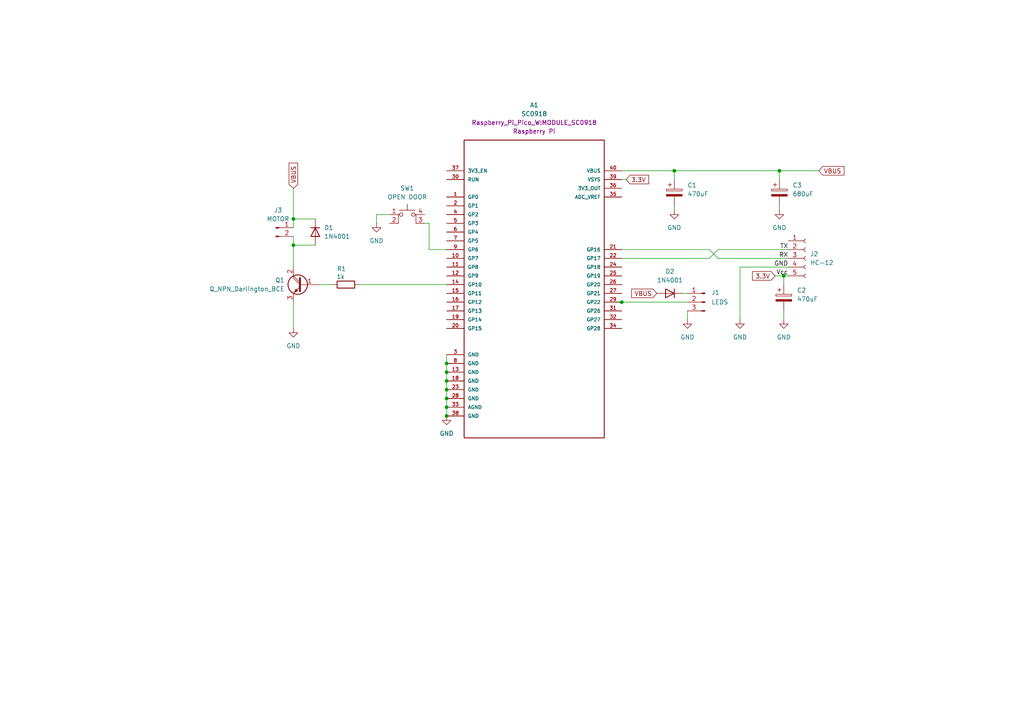
<source format=kicad_sch>
(kicad_sch (version 20231120) (generator "eeschema") (generator_version "8.0")
  (paper "A4")
  (lib_symbols
    (symbol "Connector:Conn_01x02_Pin" (pin_names (offset 1.016) hide)
      (property "Reference" "J" (at 0 2.54 0))
      (property "Value" "Conn_01x02_Pin" (at 0 -5.08 0))
      (symbol "Conn_01x02_Pin_1_1"
        (polyline (pts (xy 1.27 -2.54) (xy 0.8636 -2.54)) (stroke (width 0.1524)))
        (polyline (pts (xy 1.27 0) (xy 0.8636 0)) (stroke (width 0.1524)))
        (rectangle (start 0.8636 -2.413) (end 0 -2.667) (stroke (width 0.1524)) (fill (type outline)))
        (rectangle (start 0.8636 0.127) (end 0 -0.127) (stroke (width 0.1524)) (fill (type outline)))
        (pin passive line (at 5.08 0 180) (length 3.81) (name "Pin_1") (number "1"))
        (pin passive line (at 5.08 -2.54 180) (length 3.81) (name "Pin_2") (number "2"))
      )
    )
    (symbol "Connector:Conn_01x03_Pin" (pin_names (offset 1.016) hide)
      (property "Reference" "J" (at 0 5.08 0))
      (property "Value" "Conn_01x03_Pin" (at 0 -5.08 0))
      (symbol "Conn_01x03_Pin_1_1"
        (polyline (pts (xy 1.27 -2.54) (xy 0.8636 -2.54)) (stroke (width 0.1524)))
        (polyline (pts (xy 1.27 0) (xy 0.8636 0)) (stroke (width 0.1524)))
        (polyline (pts (xy 1.27 2.54) (xy 0.8636 2.54)) (stroke (width 0.1524)))
        (rectangle (start 0.8636 -2.413) (end 0 -2.667) (stroke (width 0.1524)) (fill (type outline)))
        (rectangle (start 0.8636 0.127) (end 0 -0.127) (stroke (width 0.1524)) (fill (type outline)))
        (rectangle (start 0.8636 2.667) (end 0 2.413) (stroke (width 0.1524)) (fill (type outline)))
        (pin passive line (at 5.08 2.54 180) (length 3.81) (name "Pin_1") (number "1"))
        (pin passive line (at 5.08 0 180) (length 3.81) (name "Pin_2") (number "2"))
        (pin passive line (at 5.08 -2.54 180) (length 3.81) (name "Pin_3") (number "3"))
      )
    )
    (symbol "Connector:Conn_01x05_Socket" (pin_names (offset 1.016) hide)
      (property "Reference" "J" (at 0 7.62 0))
      (property "Value" "Conn_01x05_Socket" (at 0 -7.62 0))
      (symbol "Conn_01x05_Socket_1_1"
        (arc (start 0 -4.572) (mid -0.5058 -5.08) (end 0 -5.588) (stroke (width 0.1524)))
        (arc (start 0 -2.032) (mid -0.5058 -2.54) (end 0 -3.048) (stroke (width 0.1524)))
        (polyline (pts (xy -1.27 -5.08) (xy -0.508 -5.08)) (stroke (width 0.1524)))
        (polyline (pts (xy -1.27 -2.54) (xy -0.508 -2.54)) (stroke (width 0.1524)))
        (polyline (pts (xy -1.27 0) (xy -0.508 0)) (stroke (width 0.1524)))
        (polyline (pts (xy -1.27 2.54) (xy -0.508 2.54)) (stroke (width 0.1524)))
        (polyline (pts (xy -1.27 5.08) (xy -0.508 5.08)) (stroke (width 0.1524)))
        (arc (start 0 0.508) (mid -0.5058 0) (end 0 -0.508) (stroke (width 0.1524)))
        (arc (start 0 3.048) (mid -0.5058 2.54) (end 0 2.032) (stroke (width 0.1524)))
        (arc (start 0 5.588) (mid -0.5058 5.08) (end 0 4.572) (stroke (width 0.1524)))
        (pin passive line (at -5.08 5.08 0) (length 3.81) (name "Pin_1") (number "1"))
        (pin passive line (at -5.08 2.54 0) (length 3.81) (name "Pin_2") (number "2"))
        (pin passive line (at -5.08 0 0) (length 3.81) (name "Pin_3") (number "3"))
        (pin passive line (at -5.08 -2.54 0) (length 3.81) (name "Pin_4") (number "4"))
        (pin passive line (at -5.08 -5.08 0) (length 3.81) (name "Pin_5") (number "5"))
      )
    )
    (symbol "Device:C_Polarized" (pin_numbers hide) (pin_names (offset 0.254))
      (property "Reference" "C" (at 0.635 2.54 0))
      (property "Value" "C_Polarized" (at 0.635 -2.54 0))
      (symbol "C_Polarized_0_1"
        (rectangle (start -2.286 0.508) (end 2.286 1.016))
        (polyline (pts (xy -1.778 2.286) (xy -0.762 2.286)))
        (polyline (pts (xy -1.27 2.794) (xy -1.27 1.778)))
        (rectangle (start 2.286 -0.508) (end -2.286 -1.016) (fill (type outline)))
      )
      (symbol "C_Polarized_1_1"
        (pin passive line (at 0 3.81 270) (length 2.794) (name "~") (number "1"))
        (pin passive line (at 0 -3.81 90) (length 2.794) (name "~") (number "2"))
      )
    )
    (symbol "Device:D" (pin_numbers hide) (pin_names (offset 1.016) hide)
      (property "Reference" "D" (at 0 2.54 0))
      (property "Value" "D" (at 0 -2.54 0))
      (symbol "D_0_1"
        (polyline (pts (xy -1.27 1.27) (xy -1.27 -1.27)) (stroke (width 0.254)))
        (polyline (pts (xy 1.27 0) (xy -1.27 0)))
        (polyline (pts (xy 1.27 1.27) (xy 1.27 -1.27) (xy -1.27 0) (xy 1.27 1.27)) (stroke (width 0.254)))
      )
      (symbol "D_1_1"
        (pin passive line (at -3.81 0 0) (length 2.54) (name "K") (number "1"))
        (pin passive line (at 3.81 0 180) (length 2.54) (name "A") (number "2"))
      )
    )
    (symbol "Device:Q_NPN_Darlington_BCE" (pin_names (offset 0) hide)
      (property "Reference" "Q" (at 4.572 1.27 0))
      (property "Value" "Q_NPN_Darlington_BCE" (at 4.572 -1.27 0))
      (symbol "Q_NPN_Darlington_BCE_0_1"
        (polyline (pts (xy 0.635 0.635) (xy 2.54 2.54)))
        (polyline (pts (xy 0.635 -0.635) (xy 2.54 -2.54) (xy 2.54 -2.54)))
        (polyline (pts (xy 0.635 0) (xy 2.54 1.905) (xy 2.54 2.54)))
        (polyline (pts (xy 0.635 1.905) (xy 0.635 -1.905) (xy 0.635 -1.905)) (stroke (width 0.508)))
        (polyline (pts (xy 1.27 -1.778) (xy 1.778 -1.27) (xy 2.286 -2.286) (xy 1.27 -1.778) (xy 1.27 -1.778)) (fill (type outline)))
        (circle (center 1.27 0) (radius 2.8194) (stroke (width 0.254)))
      )
      (symbol "Q_NPN_Darlington_BCE_1_1"
        (pin input line (at -5.08 0 0) (length 5.715) (name "B") (number "1"))
        (pin passive line (at 2.54 5.08 270) (length 2.54) (name "C") (number "2"))
        (pin passive line (at 2.54 -5.08 90) (length 2.54) (name "E") (number "3"))
      )
    )
    (symbol "Device:R" (pin_numbers hide) (pin_names (offset 0))
      (property "Reference" "R" (at 2.032 0 90))
      (property "Value" "R" (at 0 0 90))
      (symbol "R_0_1"
        (rectangle (start -1.016 -2.54) (end 1.016 2.54) (stroke (width 0.254)))
      )
      (symbol "R_1_1"
        (pin passive line (at 0 3.81 270) (length 1.27) (name "~") (number "1"))
        (pin passive line (at 0 -3.81 90) (length 1.27) (name "~") (number "2"))
      )
    )
    (symbol "Diode:1N4001" (pin_numbers hide) (pin_names hide)
      (property "Reference" "D" (at 0 2.54 0))
      (property "Value" "1N4001" (at 0 -2.54 0))
      (symbol "1N4001_0_1"
        (polyline (pts (xy -1.27 1.27) (xy -1.27 -1.27)) (stroke (width 0.254)))
        (polyline (pts (xy 1.27 0) (xy -1.27 0)))
        (polyline (pts (xy 1.27 1.27) (xy 1.27 -1.27) (xy -1.27 0) (xy 1.27 1.27)) (stroke (width 0.254)))
      )
      (symbol "1N4001_1_1"
        (pin passive line (at -3.81 0 0) (length 2.54) (name "K") (number "1"))
        (pin passive line (at 3.81 0 180) (length 2.54) (name "A") (number "2"))
      )
    )
    (symbol "Raspberry_Pi_Pico_W_SC0918:SC0918" (pin_names (offset 1.016))
      (property "Reference" "A1" (at 0 58.42 0))
      (property "Value" "SC0918" (at 0 55.88 0))
      (property "Footprint" "Raspberry Pi:MODULE_SC0918" (at -12.7 -46.99 0))
      (property "manufacturer" "Raspberry Pi" (at 0 53.34 0))
      (symbol "SC0918_0_0"
        (rectangle (start -20.32 -43.18) (end 20.32 43.18) (stroke (width 0.254)))
        (pin bidirectional line (at -25.4 26.67 0) (length 5.08) (name "GP0") (number "1"))
        (pin bidirectional line (at -25.4 8.89 0) (length 5.08) (name "GP7") (number "10"))
        (pin bidirectional line (at -25.4 6.35 0) (length 5.08) (name "GP8") (number "11"))
        (pin bidirectional line (at -25.4 3.81 0) (length 5.08) (name "GP9") (number "12"))
        (pin power_in line (at -25.4 -24.13 0) (length 5.08) (name "GND") (number "13"))
        (pin bidirectional line (at -25.4 1.27 0) (length 5.08) (name "GP10") (number "14"))
        (pin bidirectional line (at -25.4 -1.27 0) (length 5.08) (name "GP11") (number "15"))
        (pin bidirectional line (at -25.4 -3.81 0) (length 5.08) (name "GP12") (number "16"))
        (pin bidirectional line (at -25.4 -6.35 0) (length 5.08) (name "GP13") (number "17"))
        (pin power_in line (at -25.4 -26.67 0) (length 5.08) (name "GND") (number "18"))
        (pin bidirectional line (at -25.4 -8.89 0) (length 5.08) (name "GP14") (number "19"))
        (pin bidirectional line (at -25.4 24.13 0) (length 5.08) (name "GP1") (number "2"))
        (pin bidirectional line (at -25.4 -11.43 0) (length 5.08) (name "GP15") (number "20"))
        (pin bidirectional line (at 25.4 11.43 180) (length 5.08) (name "GP16") (number "21"))
        (pin bidirectional line (at 25.4 8.89 180) (length 5.08) (name "GP17") (number "22"))
        (pin power_in line (at -25.4 -29.21 0) (length 5.08) (name "GND") (number "23"))
        (pin bidirectional line (at 25.4 6.35 180) (length 5.08) (name "GP18") (number "24"))
        (pin bidirectional line (at 25.4 3.81 180) (length 5.08) (name "GP19") (number "25"))
        (pin bidirectional line (at 25.4 1.27 180) (length 5.08) (name "GP20") (number "26"))
        (pin bidirectional line (at 25.4 -1.27 180) (length 5.08) (name "GP21") (number "27"))
        (pin power_in line (at -25.4 -31.75 0) (length 5.08) (name "GND") (number "28"))
        (pin bidirectional line (at 25.4 -3.81 180) (length 5.08) (name "GP22") (number "29"))
        (pin power_in line (at -25.4 -19.05 0) (length 5.08) (name "GND") (number "3"))
        (pin input line (at -25.4 31.75 0) (length 5.08) (name "RUN") (number "30"))
        (pin bidirectional line (at 25.4 -6.35 180) (length 5.08) (name "GP26") (number "31"))
        (pin bidirectional line (at 25.4 -8.89 180) (length 5.08) (name "GP27") (number "32"))
        (pin power_in line (at -25.4 -34.29 0) (length 5.08) (name "AGND") (number "33"))
        (pin bidirectional line (at 25.4 -11.43 180) (length 5.08) (name "GP28") (number "34"))
        (pin power_in line (at 25.4 26.67 180) (length 5.08) (name "ADC_VREF") (number "35"))
        (pin power_in line (at 25.4 29.21 180) (length 5.08) (name "3V3_OUT") (number "36"))
        (pin input line (at -25.4 34.29 0) (length 5.08) (name "3V3_EN") (number "37"))
        (pin power_in line (at -25.4 -36.83 0) (length 5.08) (name "GND") (number "38"))
        (pin free line (at 25.4 31.75 180) (length 5.08) (name "VSYS") (number "39"))
        (pin bidirectional line (at -25.4 21.59 0) (length 5.08) (name "GP2") (number "4"))
        (pin free line (at 25.4 34.29 180) (length 5.08) (name "VBUS") (number "40"))
        (pin bidirectional line (at -25.4 19.05 0) (length 5.08) (name "GP3") (number "5"))
        (pin bidirectional line (at -25.4 16.51 0) (length 5.08) (name "GP4") (number "6"))
        (pin bidirectional line (at -25.4 13.97 0) (length 5.08) (name "GP5") (number "7"))
        (pin power_in line (at -25.4 -21.59 0) (length 5.08) (name "GND") (number "8"))
        (pin bidirectional line (at -25.4 11.43 0) (length 5.08) (name "GP6") (number "9"))
      )
    )
    (symbol "Switch:SW_MEC_5E" (pin_names (offset 1.016) hide)
      (property "Reference" "SW" (at 0.635 5.715 0))
      (property "Value" "SW_MEC_5E" (at 0 -3.175 0))
      (symbol "SW_MEC_5E_0_1"
        (circle (center -1.778 2.54) (radius 0.508))
        (polyline (pts (xy -2.286 3.81) (xy 2.286 3.81)))
        (polyline (pts (xy 0 3.81) (xy 0 5.588)))
        (polyline (pts (xy -2.54 0) (xy -2.54 2.54) (xy -2.286 2.54)))
        (polyline (pts (xy 2.54 0) (xy 2.54 2.54) (xy 2.286 2.54)))
        (circle (center 1.778 2.54) (radius 0.508))
        (pin passive line (at -5.08 2.54 0) (length 2.54) (name "1") (number "1"))
        (pin passive line (at -5.08 0 0) (length 2.54) (name "2") (number "2"))
        (pin passive line (at 5.08 0 180) (length 2.54) (name "K") (number "3"))
        (pin passive line (at 5.08 2.54 180) (length 2.54) (name "A") (number "4"))
      )
    )
    (symbol "power:GND" (power) (pin_numbers hide) (pin_names (offset 0) hide)
      (property "Value" "GND" (at 0 -3.81 0))
      (symbol "GND_0_1"
        (polyline (pts (xy 0 0) (xy 0 -1.27) (xy 1.27 -1.27) (xy 0 -2.54) (xy -1.27 -1.27) (xy 0 -1.27)))
      )
      (symbol "GND_1_1"
        (pin power_in line (at 0 0 270) (length 0) (name "~") (number "1"))
      )
    )
  )
  (junction (at 227.33 80.01))
  (junction (at 129.54 110.49))
  (junction (at 195.58 49.53))
  (junction (at 129.54 113.03))
  (junction (at 85.09 63.5))
  (junction (at 129.54 107.95))
  (junction (at 85.09 71.12))
  (junction (at 129.54 120.65))
  (junction (at 129.54 105.41))
  (junction (at 129.54 115.57))
  (junction (at 129.54 118.11))
  (junction (at 180.34 87.63))
  (junction (at 226.06 49.53))
  (wire (pts (xy 180.34 49.53) (xy 195.58 49.53)))
  (wire (pts (xy 224.79 80.01) (xy 227.33 80.01)))
  (wire (pts (xy 214.63 77.47) (xy 228.6 77.47)))
  (wire (pts (xy 205.74 74.93) (xy 208.28 72.39)))
  (wire (pts (xy 227.33 92.71) (xy 227.33 90.17)))
  (wire (pts (xy 129.54 110.49) (xy 129.54 113.03)))
  (wire (pts (xy 195.58 49.53) (xy 226.06 49.53)))
  (wire (pts (xy 180.34 72.39) (xy 205.74 72.39)))
  (wire (pts (xy 129.54 102.87) (xy 129.54 105.41)))
  (wire (pts (xy 227.33 80.01) (xy 228.6 80.01)))
  (wire (pts (xy 129.54 105.41) (xy 129.54 107.95)))
  (wire (pts (xy 85.09 63.5) (xy 85.09 54.61)))
  (wire (pts (xy 124.46 64.77) (xy 124.46 72.39)))
  (wire (pts (xy 85.09 71.12) (xy 91.44 71.12)))
  (wire (pts (xy 180.34 52.07) (xy 181.61 52.07)))
  (wire (pts (xy 129.54 118.11) (xy 129.54 120.65)))
  (wire (pts (xy 85.09 87.63) (xy 85.09 95.25)))
  (wire (pts (xy 208.28 74.93) (xy 228.6 74.93)))
  (wire (pts (xy 129.54 113.03) (xy 129.54 115.57)))
  (wire (pts (xy 226.06 60.96) (xy 226.06 59.69)))
  (wire (pts (xy 85.09 63.5) (xy 91.44 63.5)))
  (wire (pts (xy 180.34 74.93) (xy 205.74 74.93)))
  (wire (pts (xy 205.74 72.39) (xy 208.28 74.93)))
  (wire (pts (xy 129.54 107.95) (xy 129.54 110.49)))
  (wire (pts (xy 198.12 85.09) (xy 199.39 85.09)))
  (wire (pts (xy 85.09 71.12) (xy 85.09 77.47)))
  (wire (pts (xy 195.58 60.96) (xy 195.58 59.69)))
  (wire (pts (xy 227.33 82.55) (xy 227.33 80.01)))
  (wire (pts (xy 214.63 77.47) (xy 214.63 92.71)))
  (wire (pts (xy 109.22 62.23) (xy 113.03 62.23)))
  (wire (pts (xy 226.06 49.53) (xy 226.06 52.07)))
  (wire (pts (xy 85.09 66.04) (xy 85.09 63.5)))
  (wire (pts (xy 92.71 82.55) (xy 96.52 82.55)))
  (wire (pts (xy 199.39 90.17) (xy 199.39 92.71)))
  (wire (pts (xy 208.28 72.39) (xy 228.6 72.39)))
  (wire (pts (xy 129.54 115.57) (xy 129.54 118.11)))
  (wire (pts (xy 177.8 87.63) (xy 180.34 87.63)))
  (wire (pts (xy 124.46 72.39) (xy 129.54 72.39)))
  (wire (pts (xy 123.19 64.77) (xy 124.46 64.77)))
  (wire (pts (xy 226.06 49.53) (xy 237.49 49.53)))
  (wire (pts (xy 85.09 68.58) (xy 85.09 71.12)))
  (wire (pts (xy 180.34 87.63) (xy 199.39 87.63)))
  (wire (pts (xy 109.22 62.23) (xy 109.22 64.77)))
  (wire (pts (xy 104.14 82.55) (xy 129.54 82.55)))
  (wire (pts (xy 195.58 52.07) (xy 195.58 49.53)))
  (label "TX" (at 228.6 72.39 180))
  (label "RX" (at 228.6 74.93 180))
  (label "Vcc" (at 228.6 80.01 180))
  (label "GND" (at 228.6 77.47 180))
  (global_label "VBUS" (shape input) (at 190.5 85.09 180) (property "Intersheetrefs" "${INTERSHEET_REFS}" (effects (hide yes))))
  (global_label "3.3V" (shape input) (at 181.61 52.07 0) (property "Intersheetrefs" "${INTERSHEET_REFS}" (effects (hide yes))))
  (global_label "3.3V" (shape input) (at 224.79 80.01 180) (property "Intersheetrefs" "${INTERSHEET_REFS}" (effects (hide yes))))
  (global_label "VBUS" (shape input) (at 237.49 49.53 0) (property "Intersheetrefs" "${INTERSHEET_REFS}" (effects (hide yes))))
  (global_label "VBUS" (shape input) (at 85.09 54.61 90) (property "Intersheetrefs" "${INTERSHEET_REFS}" (effects (hide yes))))
  (symbol (lib_id "power:GND") (at 109.22 64.77 0) (unit 1)
    (property "Reference" "#PWR03" (effects (hide yes)))
    (property "Value" "GND" (at 109.22 69.85 0))
    (property "Description" "Power symbol creates a global label with name \"GND\" , ground" (effects (hide yes)))
  )
  (symbol (lib_id "power:GND") (at 227.33 92.71 0) (unit 1)
    (property "Reference" "#PWR07" (effects (hide yes)))
    (property "Value" "GND" (at 227.33 97.79 0))
    (property "Description" "Power symbol creates a global label with name \"GND\" , ground" (effects (hide yes)))
  )
  (symbol (lib_id "power:GND") (at 214.63 92.71 0) (unit 1)
    (property "Reference" "#PWR05" (effects (hide yes)))
    (property "Value" "GND" (at 214.63 97.79 0))
    (property "Description" "Power symbol creates a global label with name \"GND\" , ground" (effects (hide yes)))
  )
  (symbol (lib_id "Raspberry_Pi_Pico_W_SC0918:SC0918") (at 154.94 83.82 0) (unit 1)
    (property "Reference" "A1" (at 154.94 30.48 0))
    (property "Value" "SC0918" (at 154.94 33.02 0))
    (property "Footprint" "Raspberry_Pi_Pico_W:MODULE_SC0918" (at 154.94 35.56 0))
    (property "Datasheet" "https://datasheets.raspberrypi.com/picow/pico-w-datasheet.pdf" (effects (hide yes)))
    (property "manufacturer" "Raspberry Pi" (at 154.94 38.1 0))
    (property "P/N" "SC0918" (effects (hide yes)))
    (property "PARTREV" "1.6" (effects (hide yes)))
    (property "MAXIMUM_PACKAGE_HEIGHT" "3.73mm" (effects (hide yes)))
  )
  (symbol (lib_id "Device:C_Polarized") (at 195.58 55.88 0) (unit 1)
    (property "Reference" "C1" (at 199.39 53.7209 0) (effects (justify left)))
    (property "Value" "470uF" (at 199.39 56.2609 0) (effects (justify left)))
    (property "Footprint" "Capacitor_THT:CP_Radial_D8.0mm_P3.50mm" (effects (hide yes)))
    (property "Description" "Polarized capacitor" (effects (hide yes)))
  )
  (symbol (lib_id "Device:C_Polarized") (at 226.06 55.88 0) (unit 1)
    (property "Reference" "C3" (at 229.87 53.7209 0) (effects (justify left)))
    (property "Value" "680uF" (at 229.87 56.2609 0) (effects (justify left)))
    (property "Footprint" "Capacitor_THT:CP_Radial_D10.0mm_P5.00mm" (effects (hide yes)))
    (property "Description" "Polarized capacitor" (effects (hide yes)))
  )
  (symbol (lib_id "power:GND") (at 195.58 60.96 0) (unit 1)
    (property "Reference" "#PWR06" (effects (hide yes)))
    (property "Value" "GND" (at 195.58 66.04 0))
    (property "Description" "Power symbol creates a global label with name \"GND\" , ground" (effects (hide yes)))
  )
  (symbol (lib_id "Connector:Conn_01x05_Socket") (at 233.68 74.93 0) (unit 1)
    (property "Reference" "J2" (at 234.95 73.6599 0) (effects (justify left)))
    (property "Value" "HC-12" (at 234.95 76.1999 0) (effects (justify left)))
    (property "Footprint" "Connector_PinSocket_2.54mm:PinSocket_1x05_P2.54mm_Vertical" (effects (hide yes)))
    (property "Description" "Generic connector, single row, 01x05, script generated" (effects (hide yes)))
  )
  (symbol (lib_id "Device:D") (at 91.44 67.31 270) (unit 1)
    (property "Reference" "D1" (at 93.98 66.0399 90) (effects (justify left)))
    (property "Value" "1N4001" (at 93.98 68.5799 90) (effects (justify left)))
    (property "Footprint" "Diode_THT:D_DO-41_SOD81_P10.16mm_Horizontal" (effects (hide yes)))
    (property "Description" "Diode" (effects (hide yes)))
    (property "Sim.Device" "D" (effects (hide yes)))
    (property "Sim.Pins" "1=K 2=A" (effects (hide yes)))
  )
  (symbol (lib_id "power:GND") (at 226.06 60.96 0) (unit 1)
    (property "Reference" "#PWR08" (effects (hide yes)))
    (property "Value" "GND" (at 226.06 66.04 0))
    (property "Description" "Power symbol creates a global label with name \"GND\" , ground" (effects (hide yes)))
  )
  (symbol (lib_id "Connector:Conn_01x03_Pin") (at 204.47 87.63 0) (mirror y) (unit 1)
    (property "Reference" "J1" (at 207.518 84.836 0))
    (property "Value" "LEDS" (at 208.788 87.63 0))
    (property "Footprint" "Connector_JST:JST_XH_B3B-XH-A_1x03_P2.50mm_Vertical" (effects (hide yes)))
    (property "Description" "Generic connector, single row, 01x03, script generated" (effects (hide yes)))
  )
  (symbol (lib_id "power:GND") (at 129.54 120.65 0) (unit 1)
    (property "Reference" "#PWR01" (effects (hide yes)))
    (property "Value" "GND" (at 129.54 125.73 0))
    (property "Description" "Power symbol creates a global label with name \"GND\" , ground" (effects (hide yes)))
  )
  (symbol (lib_id "Device:R") (at 100.33 82.55 90) (unit 1)
    (property "Reference" "R1" (at 99.06 77.978 90))
    (property "Value" "1k" (at 98.806 80.264 90))
    (property "Footprint" "Resistor_THT:R_Axial_DIN0309_L9.0mm_D3.2mm_P12.70mm_Horizontal" (effects (hide yes)))
    (property "Description" "Resistor" (effects (hide yes)))
  )
  (symbol (lib_id "Connector:Conn_01x02_Pin") (at 80.01 66.04 0) (unit 1)
    (property "Reference" "J3" (at 80.645 60.96 0))
    (property "Value" "MOTOR" (at 80.645 63.5 0))
    (property "Footprint" "Connector_JST:JST_XH_B2B-XH-A_1x02_P2.50mm_Vertical" (effects (hide yes)))
    (property "Description" "Generic connector, single row, 01x02, script generated" (effects (hide yes)))
  )
  (symbol (lib_id "Device:Q_NPN_Darlington_BCE") (at 87.63 82.55 0) (mirror y) (unit 1)
    (property "Reference" "Q1" (at 82.55 81.2799 0) (effects (justify left)))
    (property "Value" "Q_NPN_Darlington_BCE" (at 82.55 83.8199 0) (effects (justify left)))
    (property "Footprint" "Package_TO_SOT_THT:TO-220-3_Horizontal_TabDown" (effects (hide yes)))
    (property "Description" "NPN Darlington transistor, base/collector/emitter" (effects (hide yes)))
  )
  (symbol (lib_id "Switch:SW_MEC_5E") (at 118.11 64.77 0) (unit 1)
    (property "Reference" "SW1" (at 118.11 54.61 0))
    (property "Value" "OPEN DOOR" (at 118.11 57.15 0))
    (property "Footprint" "Button COM 10302:COM-10302_SPK" (effects (hide yes)))
    (property "Datasheet" "http://www.apem.com/int/index.php?controller=attachment&id_attachment=1371" (effects (hide yes)))
    (property "Description" "MEC 5E single pole normally-open tactile switch" (effects (hide yes)))
  )
  (symbol (lib_id "Device:C_Polarized") (at 227.33 86.36 0) (unit 1)
    (property "Reference" "C2" (at 231.14 84.2009 0) (effects (justify left)))
    (property "Value" "470uF" (at 231.14 86.7409 0) (effects (justify left)))
    (property "Footprint" "Capacitor_THT:CP_Radial_D8.0mm_P3.50mm" (effects (hide yes)))
    (property "Description" "Polarized capacitor" (effects (hide yes)))
  )
  (symbol (lib_id "Diode:1N4001") (at 194.31 85.09 180) (unit 1)
    (property "Reference" "D2" (at 194.31 78.74 0))
    (property "Value" "1N4001" (at 194.31 81.28 0))
    (property "Footprint" "Diode_THT:D_DO-41_SOD81_P10.16mm_Horizontal" (effects (hide yes)))
    (property "Datasheet" "http://www.vishay.com/docs/88503/1n4001.pdf" (effects (hide yes)))
    (property "Description" "50V 1A General Purpose Rectifier Diode, DO-41" (effects (hide yes)))
    (property "Sim.Device" "D" (effects (hide yes)))
    (property "Sim.Pins" "1=K 2=A" (effects (hide yes)))
  )
  (symbol (lib_id "power:GND") (at 199.39 92.71 0) (unit 1)
    (property "Reference" "#PWR02" (effects (hide yes)))
    (property "Value" "GND" (at 199.39 97.79 0))
    (property "Description" "Power symbol creates a global label with name \"GND\" , ground" (effects (hide yes)))
  )
  (symbol (lib_id "power:GND") (at 85.09 95.25 0) (unit 1)
    (property "Reference" "#PWR04" (effects (hide yes)))
    (property "Value" "GND" (at 85.09 100.33 0))
    (property "Description" "Power symbol creates a global label with name \"GND\" , ground" (effects (hide yes)))
  )
)
</source>
